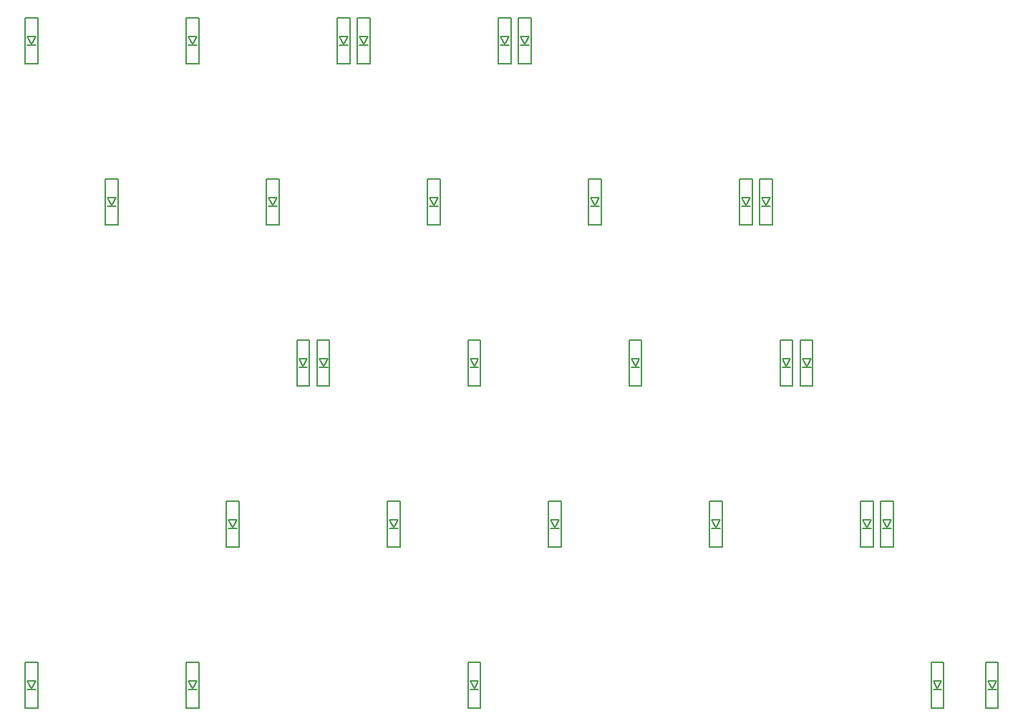
<source format=gbr>
G04 #@! TF.GenerationSoftware,KiCad,Pcbnew,(5.1.2-1)-1*
G04 #@! TF.CreationDate,2019-08-02T10:30:20+09:00*
G04 #@! TF.ProjectId,split-ask_left,73706c69-742d-4617-936b-5f6c6566742e,rev?*
G04 #@! TF.SameCoordinates,Original*
G04 #@! TF.FileFunction,Legend,Top*
G04 #@! TF.FilePolarity,Positive*
%FSLAX46Y46*%
G04 Gerber Fmt 4.6, Leading zero omitted, Abs format (unit mm)*
G04 Created by KiCad (PCBNEW (5.1.2-1)-1) date 2019-08-02 10:30:20*
%MOMM*%
%LPD*%
G04 APERTURE LIST*
%ADD10C,0.150000*%
G04 APERTURE END LIST*
D10*
X42862500Y-33737500D02*
X42362500Y-32837500D01*
X42362500Y-32837500D02*
X43362500Y-32837500D01*
X43362500Y-32837500D02*
X42862500Y-33737500D01*
X42362500Y-33837500D02*
X43362500Y-33837500D01*
X42112500Y-30637500D02*
X42112500Y-36037500D01*
X42112500Y-36037500D02*
X43612500Y-36037500D01*
X43612500Y-36037500D02*
X43612500Y-30637500D01*
X43612500Y-30637500D02*
X42112500Y-30637500D01*
X62662500Y-30637500D02*
X61162500Y-30637500D01*
X62662500Y-36037500D02*
X62662500Y-30637500D01*
X61162500Y-36037500D02*
X62662500Y-36037500D01*
X61162500Y-30637500D02*
X61162500Y-36037500D01*
X61412500Y-33837500D02*
X62412500Y-33837500D01*
X62412500Y-32837500D02*
X61912500Y-33737500D01*
X61412500Y-32837500D02*
X62412500Y-32837500D01*
X61912500Y-33737500D02*
X61412500Y-32837500D01*
X79771900Y-33737500D02*
X79271900Y-32837500D01*
X79271900Y-32837500D02*
X80271900Y-32837500D01*
X80271900Y-32837500D02*
X79771900Y-33737500D01*
X79271900Y-33837500D02*
X80271900Y-33837500D01*
X79021900Y-30637500D02*
X79021900Y-36037500D01*
X79021900Y-36037500D02*
X80521900Y-36037500D01*
X80521900Y-36037500D02*
X80521900Y-30637500D01*
X80521900Y-30637500D02*
X79021900Y-30637500D01*
X82903100Y-30637500D02*
X81403100Y-30637500D01*
X82903100Y-36037500D02*
X82903100Y-30637500D01*
X81403100Y-36037500D02*
X82903100Y-36037500D01*
X81403100Y-30637500D02*
X81403100Y-36037500D01*
X81653100Y-33837500D02*
X82653100Y-33837500D01*
X82653100Y-32837500D02*
X82153100Y-33737500D01*
X81653100Y-32837500D02*
X82653100Y-32837500D01*
X82153100Y-33737500D02*
X81653100Y-32837500D01*
X98821900Y-33737500D02*
X98321900Y-32837500D01*
X98321900Y-32837500D02*
X99321900Y-32837500D01*
X99321900Y-32837500D02*
X98821900Y-33737500D01*
X98321900Y-33837500D02*
X99321900Y-33837500D01*
X98071900Y-30637500D02*
X98071900Y-36037500D01*
X98071900Y-36037500D02*
X99571900Y-36037500D01*
X99571900Y-36037500D02*
X99571900Y-30637500D01*
X99571900Y-30637500D02*
X98071900Y-30637500D01*
X101953000Y-30637500D02*
X100453000Y-30637500D01*
X101953000Y-36037500D02*
X101953000Y-30637500D01*
X100453000Y-36037500D02*
X101953000Y-36037500D01*
X100453000Y-30637500D02*
X100453000Y-36037500D01*
X100703000Y-33837500D02*
X101703000Y-33837500D01*
X101703000Y-32837500D02*
X101203000Y-33737500D01*
X100703000Y-32837500D02*
X101703000Y-32837500D01*
X101203000Y-33737500D02*
X100703000Y-32837500D01*
X52387500Y-52787500D02*
X51887500Y-51887500D01*
X51887500Y-51887500D02*
X52887500Y-51887500D01*
X52887500Y-51887500D02*
X52387500Y-52787500D01*
X51887500Y-52887500D02*
X52887500Y-52887500D01*
X51637500Y-49687500D02*
X51637500Y-55087500D01*
X51637500Y-55087500D02*
X53137500Y-55087500D01*
X53137500Y-55087500D02*
X53137500Y-49687500D01*
X53137500Y-49687500D02*
X51637500Y-49687500D01*
X72187500Y-49687500D02*
X70687500Y-49687500D01*
X72187500Y-55087500D02*
X72187500Y-49687500D01*
X70687500Y-55087500D02*
X72187500Y-55087500D01*
X70687500Y-49687500D02*
X70687500Y-55087500D01*
X70937500Y-52887500D02*
X71937500Y-52887500D01*
X71937500Y-51887500D02*
X71437500Y-52787500D01*
X70937500Y-51887500D02*
X71937500Y-51887500D01*
X71437500Y-52787500D02*
X70937500Y-51887500D01*
X90487500Y-52787500D02*
X89987500Y-51887500D01*
X89987500Y-51887500D02*
X90987500Y-51887500D01*
X90987500Y-51887500D02*
X90487500Y-52787500D01*
X89987500Y-52887500D02*
X90987500Y-52887500D01*
X89737500Y-49687500D02*
X89737500Y-55087500D01*
X89737500Y-55087500D02*
X91237500Y-55087500D01*
X91237500Y-55087500D02*
X91237500Y-49687500D01*
X91237500Y-49687500D02*
X89737500Y-49687500D01*
X110288000Y-49687500D02*
X108788000Y-49687500D01*
X110288000Y-55087500D02*
X110288000Y-49687500D01*
X108788000Y-55087500D02*
X110288000Y-55087500D01*
X108788000Y-49687500D02*
X108788000Y-55087500D01*
X109038000Y-52887500D02*
X110038000Y-52887500D01*
X110038000Y-51887500D02*
X109538000Y-52787500D01*
X109038000Y-51887500D02*
X110038000Y-51887500D01*
X109538000Y-52787500D02*
X109038000Y-51887500D01*
X127397000Y-52787500D02*
X126897000Y-51887500D01*
X126897000Y-51887500D02*
X127897000Y-51887500D01*
X127897000Y-51887500D02*
X127397000Y-52787500D01*
X126897000Y-52887500D02*
X127897000Y-52887500D01*
X126647000Y-49687500D02*
X126647000Y-55087500D01*
X126647000Y-55087500D02*
X128147000Y-55087500D01*
X128147000Y-55087500D02*
X128147000Y-49687500D01*
X128147000Y-49687500D02*
X126647000Y-49687500D01*
X130528000Y-49687500D02*
X129028000Y-49687500D01*
X130528000Y-55087500D02*
X130528000Y-49687500D01*
X129028000Y-55087500D02*
X130528000Y-55087500D01*
X129028000Y-49687500D02*
X129028000Y-55087500D01*
X129278000Y-52887500D02*
X130278000Y-52887500D01*
X130278000Y-51887500D02*
X129778000Y-52787500D01*
X129278000Y-51887500D02*
X130278000Y-51887500D01*
X129778000Y-52787500D02*
X129278000Y-51887500D01*
X75009400Y-71837500D02*
X74509400Y-70937500D01*
X74509400Y-70937500D02*
X75509400Y-70937500D01*
X75509400Y-70937500D02*
X75009400Y-71837500D01*
X74509400Y-71937500D02*
X75509400Y-71937500D01*
X74259400Y-68737500D02*
X74259400Y-74137500D01*
X74259400Y-74137500D02*
X75759400Y-74137500D01*
X75759400Y-74137500D02*
X75759400Y-68737500D01*
X75759400Y-68737500D02*
X74259400Y-68737500D01*
X78140600Y-68737500D02*
X76640600Y-68737500D01*
X78140600Y-74137500D02*
X78140600Y-68737500D01*
X76640600Y-74137500D02*
X78140600Y-74137500D01*
X76640600Y-68737500D02*
X76640600Y-74137500D01*
X76890600Y-71937500D02*
X77890600Y-71937500D01*
X77890600Y-70937500D02*
X77390600Y-71837500D01*
X76890600Y-70937500D02*
X77890600Y-70937500D01*
X77390600Y-71837500D02*
X76890600Y-70937500D01*
X95250000Y-71837500D02*
X94750000Y-70937500D01*
X94750000Y-70937500D02*
X95750000Y-70937500D01*
X95750000Y-70937500D02*
X95250000Y-71837500D01*
X94750000Y-71937500D02*
X95750000Y-71937500D01*
X94500000Y-68737500D02*
X94500000Y-74137500D01*
X94500000Y-74137500D02*
X96000000Y-74137500D01*
X96000000Y-74137500D02*
X96000000Y-68737500D01*
X96000000Y-68737500D02*
X94500000Y-68737500D01*
X115050000Y-68737500D02*
X113550000Y-68737500D01*
X115050000Y-74137500D02*
X115050000Y-68737500D01*
X113550000Y-74137500D02*
X115050000Y-74137500D01*
X113550000Y-68737500D02*
X113550000Y-74137500D01*
X113800000Y-71937500D02*
X114800000Y-71937500D01*
X114800000Y-70937500D02*
X114300000Y-71837500D01*
X113800000Y-70937500D02*
X114800000Y-70937500D01*
X114300000Y-71837500D02*
X113800000Y-70937500D01*
X132159000Y-71837500D02*
X131659000Y-70937500D01*
X131659000Y-70937500D02*
X132659000Y-70937500D01*
X132659000Y-70937500D02*
X132159000Y-71837500D01*
X131659000Y-71937500D02*
X132659000Y-71937500D01*
X131409000Y-68737500D02*
X131409000Y-74137500D01*
X131409000Y-74137500D02*
X132909000Y-74137500D01*
X132909000Y-74137500D02*
X132909000Y-68737500D01*
X132909000Y-68737500D02*
X131409000Y-68737500D01*
X135291000Y-68737500D02*
X133791000Y-68737500D01*
X135291000Y-74137500D02*
X135291000Y-68737500D01*
X133791000Y-74137500D02*
X135291000Y-74137500D01*
X133791000Y-68737500D02*
X133791000Y-74137500D01*
X134041000Y-71937500D02*
X135041000Y-71937500D01*
X135041000Y-70937500D02*
X134541000Y-71837500D01*
X134041000Y-70937500D02*
X135041000Y-70937500D01*
X134541000Y-71837500D02*
X134041000Y-70937500D01*
X66675000Y-90887500D02*
X66175000Y-89987500D01*
X66175000Y-89987500D02*
X67175000Y-89987500D01*
X67175000Y-89987500D02*
X66675000Y-90887500D01*
X66175000Y-90987500D02*
X67175000Y-90987500D01*
X65925000Y-87787500D02*
X65925000Y-93187500D01*
X65925000Y-93187500D02*
X67425000Y-93187500D01*
X67425000Y-93187500D02*
X67425000Y-87787500D01*
X67425000Y-87787500D02*
X65925000Y-87787500D01*
X86475000Y-87787500D02*
X84975000Y-87787500D01*
X86475000Y-93187500D02*
X86475000Y-87787500D01*
X84975000Y-93187500D02*
X86475000Y-93187500D01*
X84975000Y-87787500D02*
X84975000Y-93187500D01*
X85225000Y-90987500D02*
X86225000Y-90987500D01*
X86225000Y-89987500D02*
X85725000Y-90887500D01*
X85225000Y-89987500D02*
X86225000Y-89987500D01*
X85725000Y-90887500D02*
X85225000Y-89987500D01*
X104775000Y-90887500D02*
X104275000Y-89987500D01*
X104275000Y-89987500D02*
X105275000Y-89987500D01*
X105275000Y-89987500D02*
X104775000Y-90887500D01*
X104275000Y-90987500D02*
X105275000Y-90987500D01*
X104025000Y-87787500D02*
X104025000Y-93187500D01*
X104025000Y-93187500D02*
X105525000Y-93187500D01*
X105525000Y-93187500D02*
X105525000Y-87787500D01*
X105525000Y-87787500D02*
X104025000Y-87787500D01*
X124575000Y-87787500D02*
X123075000Y-87787500D01*
X124575000Y-93187500D02*
X124575000Y-87787500D01*
X123075000Y-93187500D02*
X124575000Y-93187500D01*
X123075000Y-87787500D02*
X123075000Y-93187500D01*
X123325000Y-90987500D02*
X124325000Y-90987500D01*
X124325000Y-89987500D02*
X123825000Y-90887500D01*
X123325000Y-89987500D02*
X124325000Y-89987500D01*
X123825000Y-90887500D02*
X123325000Y-89987500D01*
X141684000Y-90887500D02*
X141184000Y-89987500D01*
X141184000Y-89987500D02*
X142184000Y-89987500D01*
X142184000Y-89987500D02*
X141684000Y-90887500D01*
X141184000Y-90987500D02*
X142184000Y-90987500D01*
X140934000Y-87787500D02*
X140934000Y-93187500D01*
X140934000Y-93187500D02*
X142434000Y-93187500D01*
X142434000Y-93187500D02*
X142434000Y-87787500D01*
X142434000Y-87787500D02*
X140934000Y-87787500D01*
X144816000Y-87787500D02*
X143316000Y-87787500D01*
X144816000Y-93187500D02*
X144816000Y-87787500D01*
X143316000Y-93187500D02*
X144816000Y-93187500D01*
X143316000Y-87787500D02*
X143316000Y-93187500D01*
X143566000Y-90987500D02*
X144566000Y-90987500D01*
X144566000Y-89987500D02*
X144066000Y-90887500D01*
X143566000Y-89987500D02*
X144566000Y-89987500D01*
X144066000Y-90887500D02*
X143566000Y-89987500D01*
X42862500Y-109938000D02*
X42362500Y-109038000D01*
X42362500Y-109038000D02*
X43362500Y-109038000D01*
X43362500Y-109038000D02*
X42862500Y-109938000D01*
X42362500Y-110038000D02*
X43362500Y-110038000D01*
X42112500Y-106838000D02*
X42112500Y-112238000D01*
X42112500Y-112238000D02*
X43612500Y-112238000D01*
X43612500Y-112238000D02*
X43612500Y-106838000D01*
X43612500Y-106838000D02*
X42112500Y-106838000D01*
X62662500Y-106838000D02*
X61162500Y-106838000D01*
X62662500Y-112238000D02*
X62662500Y-106838000D01*
X61162500Y-112238000D02*
X62662500Y-112238000D01*
X61162500Y-106838000D02*
X61162500Y-112238000D01*
X61412500Y-110038000D02*
X62412500Y-110038000D01*
X62412500Y-109038000D02*
X61912500Y-109938000D01*
X61412500Y-109038000D02*
X62412500Y-109038000D01*
X61912500Y-109938000D02*
X61412500Y-109038000D01*
X95250000Y-109938000D02*
X94750000Y-109038000D01*
X94750000Y-109038000D02*
X95750000Y-109038000D01*
X95750000Y-109038000D02*
X95250000Y-109938000D01*
X94750000Y-110038000D02*
X95750000Y-110038000D01*
X94500000Y-106838000D02*
X94500000Y-112238000D01*
X94500000Y-112238000D02*
X96000000Y-112238000D01*
X96000000Y-112238000D02*
X96000000Y-106838000D01*
X96000000Y-106838000D02*
X94500000Y-106838000D01*
X157220000Y-106838000D02*
X155720000Y-106838000D01*
X157220000Y-112238000D02*
X157220000Y-106838000D01*
X155720000Y-112238000D02*
X157220000Y-112238000D01*
X155720000Y-106838000D02*
X155720000Y-112238000D01*
X155970000Y-110038000D02*
X156970000Y-110038000D01*
X156970000Y-109038000D02*
X156470000Y-109938000D01*
X155970000Y-109038000D02*
X156970000Y-109038000D01*
X156470000Y-109938000D02*
X155970000Y-109038000D01*
X150019000Y-109938000D02*
X149519000Y-109038000D01*
X149519000Y-109038000D02*
X150519000Y-109038000D01*
X150519000Y-109038000D02*
X150019000Y-109938000D01*
X149519000Y-110038000D02*
X150519000Y-110038000D01*
X149269000Y-106838000D02*
X149269000Y-112238000D01*
X149269000Y-112238000D02*
X150769000Y-112238000D01*
X150769000Y-112238000D02*
X150769000Y-106838000D01*
X150769000Y-106838000D02*
X149269000Y-106838000D01*
M02*

</source>
